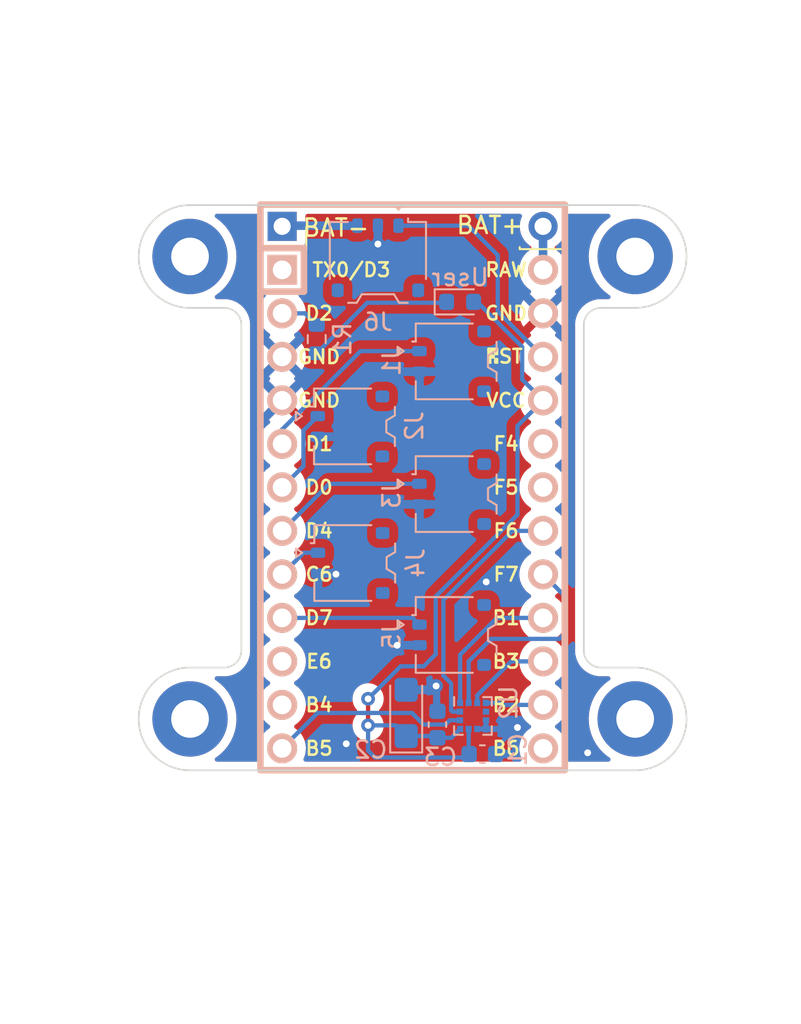
<source format=kicad_pcb>
(kicad_pcb (version 20211014) (generator pcbnew)
  (layers (0 "F.Cu" signal) (31 "B.Cu" signal) (34 "B.Paste" user) (35 "F.Paste" user) (36 "B.SilkS" user "B.Silkscreen") (37 "F.SilkS" user "F.Silkscreen") (38 "B.Mask" user) (39 "F.Mask" user) (44 "Edge.Cuts" user))
  (net 0 "")
  (net 1 "GND")
  (net 2 "VCC")
  (net 5 "ACC_INT1")
  (net 6 "ACC_INT2")
  (net 7 "COPI")
  (net 9 "CIPO")
  (net 10 "SCL")
  (net 11 "ACC_CS")
  (net 14 "Net-(U1-Pad24)")
  (net 15 "BAT-")
  (net 16 "RESET")
  (net 19 "Net-(D1-Pad1)")
  (net 20 "SW1")
  (net 21 "SW2")
  (net 22 "SW3")
  (net 23 "SW4")
  (net 24 "SW5")
  (net 25 "LED")
  (footprint "Keebio-Parts:ArduinoProMicro" (layer "F.Cu") (at 100 101.25 -90)
    (fp_text reference "U1" hide)
    (fp_text value "ProMicro" hide)
    (fp_text user "VCC" (at -6.35 -5.461) (layer "F.SilkS") (effects (font (size 0.8 0.8))))
    (fp_text user "E6" (at 8.89 5.461) (layer "F.SilkS") (effects (font (size 0.8 0.8))))
    (fp_text user "F6" (at 1.27 -5.461) (layer "F.SilkS") (effects (font (size 0.8 0.8))))
    (fp_text user "B4" (at 11.43 5.461) (layer "F.SilkS") (effects (font (size 0.8 0.8))))
    (fp_text user "C6" (at 3.81 5.461) (layer "F.SilkS") (effects (font (size 0.8 0.8))))
    (fp_text user "B5" (at 13.97 5.461) (layer "F.SilkS") (effects (font (size 0.8 0.8))))
    (fp_text user "F4" (at -3.81 -5.461) (layer "F.SilkS") (effects (font (size 0.8 0.8))))
    (fp_text user "B6" (at 13.97 -5.461) (layer "F.SilkS") (effects (font (size 0.8 0.8))))
    (fp_text user "B1" (at 6.35 -5.461) (layer "F.SilkS") (effects (font (size 0.8 0.8))))
    (fp_text user "GND" (at -6.35 5.461) (layer "F.SilkS") (effects (font (size 0.8 0.8))))
    (fp_text user "D4" (at 1.27 5.461) (layer "F.SilkS") (effects (font (size 0.8 0.8))))
    (fp_text user "F5" (at -1.27 -5.461) (layer "F.SilkS") (effects (font (size 0.8 0.8))))
    (fp_text user "F7" (at 3.81 -5.461) (layer "F.SilkS") (effects (font (size 0.8 0.8))))
    (fp_text user "ST" (at -8.92 -5.73312) (layer "F.SilkS") (effects (font (size 0.8 0.8))))
    (fp_text user "TX0/D3" (at -13.97 3.571872) (layer "F.SilkS") (effects (font (size 0.8 0.8))))
    (fp_text user "D1" (at -3.81 5.461) (layer "F.SilkS") (effects (font (size 0.8 0.8))))
    (fp_text user "D7" (at 6.35 5.461) (layer "F.SilkS") (effects (font (size 0.8 0.8))))
    (fp_text user "RAW" (at -13.97 -5.461) (layer "F.SilkS") (effects (font (size 0.8 0.8))))
    (fp_text user "D0" (at -1.27 5.461) (layer "F.SilkS") (effects (font (size 0.8 0.8))))
    (fp_text user "GND" (at -11.43 -5.461) (layer "F.SilkS") (effects (font (size 0.8 0.8))))
    (fp_text user "D2" (at -11.43 5.461) (layer "F.SilkS") (effects (font (size 0.8 0.8))))
    (fp_text user "B3" (at 8.89 -5.461) (layer "F.SilkS") (effects (font (size 0.8 0.8))))
    (fp_text user "GND" (at -8.89 5.461) (layer "F.SilkS") (effects (font (size 0.8 0.8))))
    (fp_text user "B2" (at 11.43 -5.461) (layer "F.SilkS") (effects (font (size 0.8 0.8))))
    (fp_line (start -17.78 -8.89) (end -17.78 8.89) (layer "B.SilkS") (width 0.381))
    (fp_line (start -15.24 6.35) (end -15.24 8.89) (layer "B.SilkS") (width 0.381))
    (fp_line (start 15.24 -8.89) (end -17.78 -8.89) (layer "B.SilkS") (width 0.381))
    (fp_line (start -12.7 6.35) (end -12.7 8.89) (layer "B.SilkS") (width 0.381))
    (fp_line (start -15.24 6.35) (end -12.7 6.35) (layer "B.SilkS") (width 0.381))
    (fp_line (start 15.24 8.89) (end 15.24 -8.89) (layer "B.SilkS") (width 0.381))
    (fp_line (start -17.78 8.89) (end 15.24 8.89) (layer "B.SilkS") (width 0.381))
    (fp_line (start 15.24 8.89) (end 15.24 -8.89) (layer "F.SilkS") (width 0.381))
    (fp_line (start -17.78 -8.89) (end -17.78 8.89) (layer "F.SilkS") (width 0.381))
    (fp_line (start 15.24 -8.89) (end -15.24 -8.89) (layer "F.SilkS") (width 0.381))
    (fp_line (start -15.24 -8.89) (end -17.78 -8.89) (layer "F.SilkS") (width 0.381))
    (fp_line (start -15.24 6.35) (end -12.7 6.35) (layer "F.SilkS") (width 0.381))
    (fp_line (start -17.78 8.89) (end -15.24 8.89) (layer "F.SilkS") (width 0.381))
    (fp_line (start -15.24 8.89) (end 15.24 8.89) (layer "F.SilkS") (width 0.381))
    (fp_line (start -12.7 6.35) (end -12.7 8.89) (layer "F.SilkS") (width 0.381))
    (fp_line (start -15.24 6.35) (end -15.24 8.89) (layer "F.SilkS") (width 0.381))
    (fp_poly (pts (xy -8.96064 -4.731568) (xy -8.86064 -4.731568) (xy -8.86064 -4.631568) (xy -8.96064 -4.631568)) (layer "F.SilkS") (width 0.15) (fill solid))
    (fp_poly (pts (xy -8.76064 -4.931568) (xy -8.56064 -4.931568) (xy -8.56064 -4.831568) (xy -8.76064 -4.831568)) (layer "F.SilkS") (width 0.15) (fill solid))
    (fp_poly (pts (xy -9.36064 -4.931568) (xy -9.06064 -4.931568) (xy -9.06064 -4.831568) (xy -9.36064 -4.831568)) (layer "F.SilkS") (width 0.15) (fill solid))
    (fp_poly (pts (xy -9.36064 -4.531568) (xy -8.56064 -4.531568) (xy -8.56064 -4.431568) (xy -9.36064 -4.431568)) (layer "F.SilkS") (width 0.15) (fill solid))
    (fp_poly (pts (xy -9.36064 -4.931568) (xy -9.26064 -4.931568) (xy -9.26064 -4.431568) (xy -9.36064 -4.431568)) (layer "F.SilkS") (width 0.15) (fill solid))
    (pad "1" thru_hole rect (at -13.97 7.62 270) (size 1.7526 1.7526) (drill 1.0922) (layers *.Cu *.SilkS *.Mask))
    (pad "2" thru_hole circle (at -11.43 7.62 270) (size 1.7526 1.7526) (drill 1.0922) (layers *.Cu *.SilkS *.Mask) (net 25 "LED"))
    (pad "3" thru_hole circle (at -8.89 7.62 270) (size 1.7526 1.7526) (drill 1.0922) (layers *.Cu *.SilkS *.Mask) (net 1 "GND"))
    (pad "4" thru_hole circle (at -6.35 7.62 270) (size 1.7526 1.7526) (drill 1.0922) (layers *.Cu *.SilkS *.Mask) (net 1 "GND"))
    (pad "5" thru_hole circle (at -3.81 7.62 270) (size 1.7526 1.7526) (drill 1.0922) (layers *.Cu *.SilkS *.Mask) (net 20 "SW1"))
    (pad "6" thru_hole circle (at -1.27 7.62 270) (size 1.7526 1.7526) (drill 1.0922) (layers *.Cu *.SilkS *.Mask) (net 21 "SW2"))
    (pad "7" thru_hole circle (at 1.27 7.62 270) (size 1.7526 1.7526) (drill 1.0922) (layers *.Cu *.SilkS *.Mask) (net 22 "SW3"))
    (pad "8" thru_hole circle (at 3.81 7.62 270) (size 1.7526 1.7526) (drill 1.0922) (layers *.Cu *.SilkS *.Mask) (net 23 "SW4"))
    (pad "9" thru_hole circle (at 6.35 7.62 270) (size 1.7526 1.7526) (drill 1.0922) (layers *.Cu *.SilkS *.Mask) (net 24 "SW5"))
    (pad "10" thru_hole circle (at 8.89 7.62 270) (size 1.7526 1.7526) (drill 1.0922) (layers *.Cu *.SilkS *.Mask))
    (pad "11" thru_hole circle (at 11.43 7.62 270) (size 1.7526 1.7526) (drill 1.0922) (layers *.Cu *.SilkS *.Mask))
    (pad "12" thru_hole circle (at 13.97 7.62 270) (size 1.7526 1.7526) (drill 1.0922) (layers *.Cu *.SilkS *.Mask) (net 6 "ACC_INT2"))
    (pad "13" thru_hole circle (at 13.97 -7.62 270) (size 1.7526 1.7526) (drill 1.0922) (layers *.Cu *.SilkS *.Mask))
    (pad "14" thru_hole circle (at 11.43 -7.62 270) (size 1.7526 1.7526) (drill 1.0922) (layers *.Cu *.SilkS *.Mask) (net 7 "COPI"))
    (pad "15" thru_hole circle (at 8.89 -7.62 270) (size 1.7526 1.7526) (drill 1.0922) (layers *.Cu *.SilkS *.Mask) (net 9 "CIPO"))
    (pad "16" thru_hole circle (at 6.35 -7.62 270) (size 1.7526 1.7526) (drill 1.0922) (layers *.Cu *.SilkS *.Mask) (net 10 "SCL"))
    (pad "17" thru_hole circle (at 3.81 -7.62 270) (size 1.7526 1.7526) (drill 1.0922) (layers *.Cu *.SilkS *.Mask) (net 11 "ACC_CS"))
    (pad "18" thru_hole circle (at 1.27 -7.62 270) (size 1.7526 1.7526) (drill 1.0922) (layers *.Cu *.SilkS *.Mask) (net 5 "ACC_INT1"))
    (pad "19" thru_hole circle (at -1.27 -7.62 270) (size 1.7526 1.7526) (drill 1.0922) (layers *.Cu *.SilkS *.Mask))
    (pad "20" thru_hole circle (at -3.81 -7.62 270) (size 1.7526 1.7526) (drill 1.0922) (layers *.Cu *.SilkS *.Mask))
    (pad "21" thru_hole circle (at -6.35 -7.62 270) (size 1.7526 1.7526) (drill 1.0922) (layers *.Cu *.SilkS *.Mask) (net 2 "VCC"))
    (pad "22" thru_hole circle (at -8.89 -7.62 270) (size 1.7526 1.7526) (drill 1.0922) (layers *.Cu *.SilkS *.Mask) (net 16 "RESET"))
    (pad "23" thru_hole circle (at -11.43 -7.62 270) (size 1.7526 1.7526) (drill 1.0922) (layers *.Cu *.SilkS *.Mask) (net 1 "GND"))
    (pad "24" thru_hole circle (at -13.97 -7.62 270) (size 1.7526 1.7526) (drill 1.0922) (layers *.Cu *.SilkS *.Mask) (net 14 "Net-(U1-Pad24)"))
  )
  (footprint "MountingHole:MountingHole_2.2mm_M2_Pad" (layer "F.Cu") (at 113 86.5)
    (fp_text reference "H2" hide)
    (fp_text value "MountingHole")
    (pad "1" thru_hole circle (at 0 0) (size 4.4 4.4) (drill 2.2) (layers *.Cu *.Mask))
  )
  (footprint "Connector_PinSocket_2.54mm:PinSocket_1x01_P2.54mm_Vertical" (layer "F.Cu") (at 107.5855 84.74)
    (fp_text reference "J7" hide)
    (fp_text value "BAT+" (at -3.0855 -0.065) (layer "F.SilkS"))
    (fp_line (start 1.33 1.21) (end 1.33 1.33) (layer "F.SilkS") (width 0.12))
    (fp_line (start -1.33 1.33) (end 1.33 1.33) (layer "F.SilkS") (width 0.12))
    (fp_line (start -1.33 1.21) (end -1.33 1.33) (layer "F.SilkS") (width 0.12))
    (fp_line (start 0 -1.33) (end 1.33 -1.33) (layer "F.SilkS") (width 0.12))
    (fp_line (start 1.33 -1.33) (end 1.33 0) (layer "F.SilkS") (width 0.12))
    (pad "1" thru_hole circle (at 0.0345 0) (size 1.7 1.7) (drill 1) (layers *.Cu *.Mask) (net 14 "Net-(U1-Pad24)"))
  )
  (footprint "MountingHole:MountingHole_2.2mm_M2_Pad" (layer "F.Cu") (at 87 113.5 180)
    (fp_text reference "H3" hide)
    (fp_text value "MountingHole")
    (pad "1" thru_hole circle (at 0 0 180) (size 4.4 4.4) (drill 2.2) (layers *.Cu *.Mask))
  )
  (footprint "MountingHole:MountingHole_2.2mm_M2_Pad" (layer "F.Cu") (at 87 86.5)
    (fp_text reference "H1" hide)
    (fp_text value "MountingHole")
    (pad "1" thru_hole circle (at 0 0) (size 4.4 4.4) (drill 2.2) (layers *.Cu *.Mask))
  )
  (footprint "MountingHole:MountingHole_2.2mm_M2_Pad" (layer "F.Cu") (at 113 113.5)
    (fp_text reference "H4" hide)
    (fp_text value "MountingHole")
    (pad "1" thru_hole circle (at 0 0) (size 4.4 4.4) (drill 2.2) (layers *.Cu *.Mask))
  )
  (footprint "Connector_PinSocket_2.54mm:PinSocket_1x01_P2.54mm_Vertical" (layer "F.Cu") (at 92.4605 84.771 -90)
    (fp_text reference "J8" hide)
    (fp_text value "BAT-" (at 0.054 -3.0645 180) (layer "F.SilkS"))
    (fp_line (start -1.33 1.21) (end -1.33 1.33) (layer "F.SilkS") (width 0.12))
    (fp_line (start 1.33 1.21) (end 1.33 1.33) (layer "F.SilkS") (width 0.12))
    (fp_line (start 1.33 -1.33) (end 1.33 0) (layer "F.SilkS") (width 0.12))
    (fp_line (start -1.33 1.33) (end 1.33 1.33) (layer "F.SilkS") (width 0.12))
    (fp_line (start 0 -1.33) (end 1.33 -1.33) (layer "F.SilkS") (width 0.12))
    (pad "1" thru_hole rect (at -0.031 0.0805 270) (size 1.7 1.7) (drill 1) (layers *.Cu *.Mask) (net 15 "BAT-"))
  )
  (footprint "Capacitor_Tantalum_SMD:CP_EIA-3216-18_Kemet-A" (layer "B.Cu") (at 99.625 113.15 90)
    (fp_text reference "C2" (at -2.15 -2.075 180) (layer "B.SilkS") (effects (justify mirror)))
    (fp_text value "10uF")
    (fp_line (start -2.31 0.935) (end -2.31 -0.935) (layer "B.SilkS") (width 0.12))
    (fp_line (start 1.6 0.935) (end -2.31 0.935) (layer "B.SilkS") (width 0.12))
    (fp_line (start -2.31 -0.935) (end 1.6 -0.935) (layer "B.SilkS") (width 0.12))
    (pad "1" smd roundrect (at -1.35 0 90) (size 1.4 1.35) (layers "B.Cu" "B.Paste" "B.Mask") (roundrect_rratio 0.185185) (net 2 "VCC"))
    (pad "2" smd roundrect (at 1.35 0 90) (size 1.4 1.35) (layers "B.Cu" "B.Paste" "B.Mask") (roundrect_rratio 0.185185) (net 1 "GND"))
  )
  (footprint "Package_LGA:LGA-12_2x2mm_P0.5mm" (layer "B.Cu") (at 103.525 113.325 -90)
    (fp_text reference "U2" (at -0.775 -2.075 90) (layer "B.SilkS") (effects (justify mirror)))
    (fp_text value "LIS2DW12")
    (fp_line (start -1.1 -0.6) (end -1.1 -0.6) (layer "B.SilkS") (width 0.12))
    (fp_line (start 1.1 -0.6) (end 1.1 -1.1) (layer "B.SilkS") (width 0.12))
    (fp_line (start 1.1 1.1) (end 1.1 0.6) (layer "B.SilkS") (width 0.12))
    (fp_line (start 0.6 -1.1) (end 0.6 -1.1) (layer "B.SilkS") (width 0.12))
    (fp_line (start 0.6 1.1) (end 1.1 1.1) (layer "B.SilkS") (width 0.12))
    (fp_line (start 1.1 0.6) (end 1.1 0.6) (layer "B.SilkS") (width 0.12))
    (fp_line (start -0.6 1.1) (end -1.1 1.1) (layer "B.SilkS") (width 0.12))
    (fp_line (start 1.1 -1.1) (end 0.6 -1.1) (layer "B.SilkS") (width 0.12))
    (fp_line (start -0.6 -1.1) (end -1.1 -1.1) (layer "B.SilkS") (width 0.12))
    (fp_line (start -1.1 1.1) (end -1.1 1.1) (layer "B.SilkS") (width 0.12))
    (fp_line (start -1.1 -1.1) (end -1.1 -0.6) (layer "B.SilkS") (width 0.12))
    (pad "1" smd rect (at -0.7625 0.75 270) (size 0.375 0.35) (layers "B.Cu" "B.Paste" "B.Mask") (net 10 "SCL"))
    (pad "2" smd rect (at -0.7625 0.25 270) (size 0.375 0.35) (layers "B.Cu" "B.Paste" "B.Mask") (net 11 "ACC_CS"))
    (pad "3" smd rect (at -0.7625 -0.25 270) (size 0.375 0.35) (layers "B.Cu" "B.Paste" "B.Mask") (net 9 "CIPO"))
    (pad "4" smd rect (at -0.7625 -0.75 270) (size 0.375 0.35) (layers "B.Cu" "B.Paste" "B.Mask") (net 7 "COPI"))
    (pad "5" smd rect (at -0.25 -0.7625 180) (size 0.375 0.35) (layers "B.Cu" "B.Paste" "B.Mask"))
    (pad "6" smd rect (at 0.25 -0.7625 180) (size 0.375 0.35) (layers "B.Cu" "B.Paste" "B.Mask") (net 1 "GND"))
    (pad "7" smd rect (at 0.7625 -0.75 270) (size 0.375 0.35) (layers "B.Cu" "B.Paste" "B.Mask") (net 1 "GND"))
    (pad "8" smd rect (at 0.7625 -0.25 270) (size 0.375 0.35) (layers "B.Cu" "B.Paste" "B.Mask") (net 1 "GND"))
    (pad "9" smd rect (at 0.7625 0.25 270) (size 0.375 0.35) (layers "B.Cu" "B.Paste" "B.Mask") (net 2 "VCC"))
    (pad "10" smd rect (at 0.7625 0.75 270) (size 0.375 0.35) (layers "B.Cu" "B.Paste" "B.Mask") (net 2 "VCC"))
    (pad "11" smd rect (at 0.25 0.7625 180) (size 0.375 0.35) (layers "B.Cu" "B.Paste" "B.Mask") (net 6 "ACC_INT2"))
    (pad "12" smd rect (at -0.25 0.7625 180) (size 0.375 0.35) (layers "B.Cu" "B.Paste" "B.Mask") (net 5 "ACC_INT1"))
  )
  (footprint "Capacitor_SMD:C_0603_1608Metric" (layer "B.Cu") (at 104.075 115.55 180)
    (fp_text reference "C1" (at -2.075 0.25 90) (layer "B.SilkS") (effects (justify mirror)))
    (fp_text value "100nF")
    (fp_line (start -0.14058 -0.51) (end 0.14058 -0.51) (layer "B.SilkS") (width 0.12))
    (fp_line (start -0.14058 0.51) (end 0.14058 0.51) (layer "B.SilkS") (width 0.12))
    (pad "1" smd roundrect (at -0.775 0 180) (size 0.9 0.95) (layers "B.Cu" "B.Paste" "B.Mask") (net 1 "GND"))
    (pad "2" smd roundrect (at 0.775 0 180) (size 0.9 0.95) (layers "B.Cu" "B.Paste" "B.Mask") (net 2 "VCC"))
  )
  (footprint "Resistor_SMD:R_0603_1608Metric" (layer "B.Cu") (at 94.4 91.325 -90)
    (fp_text reference "R1" (at 0 -1.5 90) (layer "B.SilkS") (effects (justify mirror)))
    (fp_text value "120")
    (fp_line (start -0.237258 -0.5225) (end 0.237258 -0.5225) (layer "B.SilkS") (width 0.12))
    (fp_line (start -0.237258 0.5225) (end 0.237258 0.5225) (layer "B.SilkS") (width 0.12))
    (pad "1" smd roundrect (at -0.825 0 270) (size 0.8 0.95) (layers "B.Cu" "B.Paste" "B.Mask") (net 25 "LED"))
    (pad "2" smd roundrect (at 0.825 0 270) (size 0.8 0.95) (layers "B.Cu" "B.Paste" "B.Mask") (net 19 "Net-(D1-Pad1)"))
  )
  (footprint "Connector_Molex:Molex_Pico-EZmate_78171-0002_1x02-1MP_P1.20mm_Vertical" (layer "B.Cu") (at 102.275 100.371 -90)
    (fp_text reference "J3" (at 0 3.5 90) (layer "B.SilkS") (effects (justify mirror)))
    (fp_text value "Conn_01x02")
    (fp_line (start -1.16 2.09) (end -1.16 2.3) (layer "B.SilkS") (width 0.12))
    (fp_line (start -2.21 -1.24) (end -2.21 2.09) (layer "B.SilkS") (width 0.12))
    (fp_line (start -0.85 3.153553) (end -0.6 2.8) (layer "B.SilkS") (width 0.12))
    (fp_line (start -1.14 -2.63) (end -0.64 -2.63) (layer "B.SilkS") (width 0.12))
    (fp_line (start 0.64 -2.63) (end 1.14 -2.63) (layer "B.SilkS") (width 0.12))
    (fp_line (start -0.6 2.8) (end -0.35 3.153553) (layer "B.SilkS") (width 0.12))
    (fp_line (start 2.21 -1.24) (end 2.21 2.09) (layer "B.SilkS") (width 0.12))
    (fp_line (start -0.64 -2.63) (end -0.34 -2.13) (layer "B.SilkS") (width 0.12))
    (fp_line (start -2.21 2.09) (end -1.16 2.09) (layer "B.SilkS") (width 0.12))
    (fp_line (start 0.34 -2.13) (end 0.64 -2.63) (layer "B.SilkS") (width 0.12))
    (fp_line (start -0.34 -2.13) (end 0.34 -2.13) (layer "B.SilkS") (width 0.12))
    (fp_line (start 2.21 2.09) (end 1.16 2.09) (layer "B.SilkS") (width 0.12))
    (fp_line (start -0.35 3.153553) (end -0.85 3.153553) (layer "B.SilkS") (width 0.12))
    (pad "1" smd roundrect (at -0.6 1.875 270) (size 0.6 0.85) (layers "B.Cu" "B.Paste" "B.Mask") (net 22 "SW3"))
    (pad "2" smd roundrect (at 0.6 1.875 270) (size 0.6 0.85) (layers "B.Cu" "B.Paste" "B.Mask") (net 1 "GND"))
    (pad "MP" smd roundrect (at 1.75 -1.9 270) (size 0.7 0.8) (layers "B.Cu" "B.Paste" "B.Mask"))
    (pad "MP" smd roundrect (at -1.75 -1.9 270) (size 0.7 0.8) (layers "B.Cu" "B.Paste" "B.Mask"))
  )
  (footprint "Connector_Molex:Molex_Pico-EZmate_78171-0003_1x03-1MP_P1.20mm_Vertical" (layer "B.Cu") (at 97.975 86.575 180)
    (fp_text reference "J6" (at 0 -3.75) (layer "B.SilkS") (effects (justify mirror)))
    (fp_text value "Power/Reset")
    (fp_line (start 1.24 -2.63) (end 1.74 -2.63) (layer "B.SilkS") (width 0.12))
    (fp_line (start -2.81 -1.24) (end -2.81 2.09) (layer "B.SilkS") (width 0.12))
    (fp_line (start -1.2 2.8) (end -0.95 3.153553) (layer "B.SilkS") (width 0.12))
    (fp_line (start -1.45 3.153553) (end -1.2 2.8) (layer "B.SilkS") (width 0.12))
    (fp_line (start -1.74 -2.63) (end -1.24 -2.63) (layer "B.SilkS") (width 0.12))
    (fp_line (start -2.81 2.09) (end -1.76 2.09) (layer "B.SilkS") (width 0.12))
    (fp_line (start 2.81 2.09) (end 1.76 2.09) (layer "B.SilkS") (width 0.12))
    (fp_line (start -1.24 -2.63) (end -0.94 -2.13) (layer "B.SilkS") (width 0.12))
    (fp_line (start -1.76 2.09) (end -1.76 2.3) (layer "B.SilkS") (width 0.12))
    (fp_line (start -0.94 -2.13) (end 0.94 -2.13) (layer "B.SilkS") (width 0.12))
    (fp_line (start 2.81 -1.24) (end 2.81 2.09) (layer "B.SilkS") (width 0.12))
    (fp_line (start -0.95 3.153553) (end -1.45 3.153553) (layer "B.SilkS") (width 0.12))
    (fp_line (start 0.94 -2.13) (end 1.24 -2.63) (layer "B.SilkS") (width 0.12))
    (pad "1" smd roundrect (at -1.2 1.875 180) (size 0.6 0.85) (layers "B.Cu" "B.Paste" "B.Mask") (net 16 "RESET"))
    (pad "2" smd roundrect (at 0 1.875 180) (size 0.6 0.85) (layers "B.Cu" "B.Paste" "B.Mask") (net 1 "GND"))
    (pad "3" smd roundrect (at 1.2 1.875 180) (size 0.6 0.85) (layers "B.Cu" "B.Paste" "B.Mask") (net 15 "BAT-"))
    (pad "MP" smd roundrect (at -2.35 -1.9 180) (size 0.7 0.8) (layers "B.Cu" "B.Paste" "B.Mask"))
    (pad "MP" smd roundrect (at 2.35 -1.9 180) (size 0.7 0.8) (layers "B.Cu" "B.Paste" "B.Mask"))
  )
  (footprint "LED_SMD:LED_0603_1608Metric" (layer "B.Cu") (at 102.775 89.15)
    (fp_text reference "D1" hide)
    (fp_text value "User" (at 0 -1.43) (layer "B.SilkS") (effects (justify mirror)))
    (fp_line (start -1.485 -0.735) (end 0.8 -0.735) (layer "B.SilkS") (width 0.12))
    (fp_line (start 0.8 0.735) (end -1.485 0.735) (layer "B.SilkS") (width 0.12))
    (fp_line (start -1.485 0.735) (end -1.485 -0.735) (layer "B.SilkS") (width 0.12))
    (pad "1" smd roundrect (at -0.7875 0) (size 0.875 0.95) (layers "B.Cu" "B.Paste" "B.Mask") (net 19 "Net-(D1-Pad1)"))
    (pad "2" smd roundrect (at 0.7875 0) (size 0.875 0.95) (layers "B.Cu" "B.Paste" "B.Mask") (net 2 "VCC"))
  )
  (footprint "Capacitor_SMD:C_0603_1608Metric" (layer "B.Cu") (at 101.45 113.825 90)
    (fp_text reference "C3" (at -1.9 0.175) (layer "B.SilkS") (effects (justify mirror)))
    (fp_text value "100nF")
    (fp_line (start -0.14058 0.51) (end 0.14058 0.51) (layer "B.SilkS") (width 0.12))
    (fp_line (start -0.14058 -0.51) (end 0.14058 -0.51) (layer "B.SilkS") (width 0.12))
    (pad "1" smd roundrect (at -0.775 0 90) (size 0.9 0.95) (layers "B.Cu" "B.Paste" "B.Mask") (net 2 "VCC"))
    (pad "2" smd roundrect (at 0.775 0 90) (size 0.9 0.95) (layers "B.Cu" "B.Paste" "B.Mask") (net 1 "GND"))
  )
  (footprint "Connector_Molex:Molex_Pico-EZmate_78171-0002_1x02-1MP_P1.20mm_Vertical" (layer "B.Cu") (at 102.275 108.596 -90)
    (fp_text reference "J5" (at 0 3.5 90) (layer "B.SilkS") (effects (justify mirror)))
    (fp_text value "Conn_01x02")
    (fp_line (start -0.34 -2.13) (end 0.34 -2.13) (layer "B.SilkS") (width 0.12))
    (fp_line (start -0.85 3.153553) (end -0.6 2.8) (layer "B.SilkS") (width 0.12))
    (fp_line (start -2.21 -1.24) (end -2.21 2.09) (layer "B.SilkS") (width 0.12))
    (fp_line (start 2.21 2.09) (end 1.16 2.09) (layer "B.SilkS") (width 0.12))
    (fp_line (start -1.16 2.09) (end -1.16 2.3) (layer "B.SilkS") (width 0.12))
    (fp_line (start -0.35 3.153553) (end -0.85 3.153553) (layer "B.SilkS") (width 0.12))
    (fp_line (start -1.14 -2.63) (end -0.64 -2.63) (layer "B.SilkS") (width 0.12))
    (fp_line (start -0.6 2.8) (end -0.35 3.153553) (layer "B.SilkS") (width 0.12))
    (fp_line (start 2.21 -1.24) (end 2.21 2.09) (layer "B.SilkS") (width 0.12))
    (fp_line (start 0.34 -2.13) (end 0.64 -2.63) (layer "B.SilkS") (width 0.12))
    (fp_line (start 0.64 -2.63) (end 1.14 -2.63) (layer "B.SilkS") (width 0.12))
    (fp_line (start -2.21 2.09) (end -1.16 2.09) (layer "B.SilkS") (width 0.12))
    (fp_line (start -0.64 -2.63) (end -0.34 -2.13) (layer "B.SilkS") (width 0.12))
    (pad "1" smd roundrect (at -0.6 1.875 270) (size 0.6 0.85) (layers "B.Cu" "B.Paste" "B.Mask") (net 24 "SW5"))
    (pad "2" smd roundrect (at 0.6 1.875 270) (size 0.6 0.85) (layers "B.Cu" "B.Paste" "B.Mask") (net 1 "GND"))
    (pad "MP" smd roundrect (at -1.75 -1.9 270) (size 0.7 0.8) (layers "B.Cu" "B.Paste" "B.Mask"))
    (pad "MP" smd roundrect (at 1.75 -1.9 270) (size 0.7 0.8) (layers "B.Cu" "B.Paste" "B.Mask"))
  )
  (footprint "Connector_Molex:Molex_Pico-EZmate_78171-0002_1x02-1MP_P1.20mm_Vertical" (layer "B.Cu") (at 102.275 92.625 -90)
    (fp_text reference "J1" (at 0 3.5 90) (layer "B.SilkS") (effects (justify mirror)))
    (fp_text value "Conn_01x02")
    (fp_line (start -1.14 -2.63) (end -0.64 -2.63) (layer "B.SilkS") (width 0.12))
    (fp_line (start -0.34 -2.13) (end 0.34 -2.13) (layer "B.SilkS") (width 0.12))
    (fp_line (start -0.64 -2.63) (end -0.34 -2.13) (layer "B.SilkS") (width 0.12))
    (fp_line (start 0.64 -2.63) (end 1.14 -2.63) (layer "B.SilkS") (width 0.12))
    (fp_line (start 0.34 -2.13) (end 0.64 -2.63) (layer "B.SilkS") (width 0.12))
    (fp_line (start -0.85 3.153553) (end -0.6 2.8) (layer "B.SilkS") (width 0.12))
    (fp_line (start -1.16 2.09) (end -1.16 2.3) (layer "B.SilkS") (width 0.12))
    (fp_line (start -2.21 -1.24) (end -2.21 2.09) (layer "B.SilkS") (width 0.12))
    (fp_line (start 2.21 -1.24) (end 2.21 2.09) (layer "B.SilkS") (width 0.12))
    (fp_line (start 2.21 2.09) (end 1.16 2.09) (layer "B.SilkS") (width 0.12))
    (fp_line (start -0.6 2.8) (end -0.35 3.153553) (layer "B.SilkS") (width 0.12))
    (fp_line (start -0.35 3.153553) (end -0.85 3.153553) (layer "B.SilkS") (width 0.12))
    (fp_line (start -2.21 2.09) (end -1.16 2.09) (layer "B.SilkS") (width 0.12))
    (pad "1" smd roundrect (at -0.6 1.875 270) (size 0.6 0.85) (layers "B.Cu" "B.Paste" "B.Mask") (net 20 "SW1"))
    (pad "2" smd roundrect (at 0.6 1.875 270) (size 0.6 0.85) (layers "B.Cu" "B.Paste" "B.Mask") (net 1 "GND"))
    (pad "MP" smd roundrect (at 1.75 -1.9 270) (size 0.7 0.8) (layers "B.Cu" "B.Paste" "B.Mask"))
    (pad "MP" smd roundrect (at -1.75 -1.9 270) (size 0.7 0.8) (layers "B.Cu" "B.Paste" "B.Mask"))
  )
  (footprint "Connector_Molex:Molex_Pico-EZmate_78171-0002_1x02-1MP_P1.20mm_Vertical" (layer "B.Cu") (at 96.334277 96.421 -90)
    (fp_text reference "J2" (at -0.021 -3.765723 90) (layer "B.SilkS") (effects (justify mirror)))
    (fp_text value "Conn_01x02")
    (fp_line (start -0.6 2.8) (end -0.35 3.153553) (layer "B.SilkS") (width 0.12))
    (fp_line (start -1.16 2.09) (end -1.16 2.3) (layer "B.SilkS") (width 0.12))
    (fp_line (start -0.85 3.153553) (end -0.6 2.8) (layer "B.SilkS") (width 0.12))
    (fp_line (start 0.64 -2.63) (end 1.14 -2.63) (layer "B.SilkS") (width 0.12))
    (fp_line (start -1.14 -2.63) (end -0.64 -2.63) (layer "B.SilkS") (width 0.12))
    (fp_line (start -2.21 2.09) (end -1.16 2.09) (layer "B.SilkS") (width 0.12))
    (fp_line (start 2.21 2.09) (end 1.16 2.09) (layer "B.SilkS") (width 0.12))
    (fp_line (start -2.21 -1.24) (end -2.21 2.09) (layer "B.SilkS") (width 0.12))
    (fp_line (start -0.35 3.153553) (end -0.85 3.153553) (layer "B.SilkS") (width 0.12))
    (fp_line (start 2.21 -1.24) (end 2.21 2.09) (layer "B.SilkS") (width 0.12))
    (fp_line (start 0.34 -2.13) (end 0.64 -2.63) (layer "B.SilkS") (width 0.12))
    (fp_line (start -0.64 -2.63) (end -0.34 -2.13) (layer "B.SilkS") (width 0.12))
    (fp_line (start -0.34 -2.13) (end 0.34 -2.13) (layer "B.SilkS") (width 0.12))
    (pad "1" smd roundrect (at -0.6 1.875 270) (size 0.6 0.85) (layers "B.Cu" "B.Paste" "B.Mask") (net 21 "SW2"))
    (pad "2" smd roundrect (at 0.6 1.875 270) (size 0.6 0.85) (layers "B.Cu" "B.Paste" "B.Mask") (net 1 "GND"))
    (pad "MP" smd roundrect (at 1.75 -1.9 270) (size 0.7 0.8) (layers "B.Cu" "B.Paste" "B.Mask"))
    (pad "MP" smd roundrect (at -1.75 -1.9 270) (size 0.7 0.8) (layers "B.Cu" "B.Paste" "B.Mask"))
  )
  (footprint "Connector_Molex:Molex_Pico-EZmate_78171-0002_1x02-1MP_P1.20mm_Vertical" (layer "B.Cu") (at 96.35 104.396 -90)
    (fp_text reference "J4" (at 0 -3.825 90) (layer "B.SilkS") (effects (justify mirror)))
    (fp_text value "Conn_01x02")
    (fp_line (start 2.21 2.09) (end 1.16 2.09) (layer "B.SilkS") (width 0.12))
    (fp_line (start 2.21 -1.24) (end 2.21 2.09) (layer "B.SilkS") (width 0.12))
    (fp_line (start -2.21 2.09) (end -1.16 2.09) (layer "B.SilkS") (width 0.12))
    (fp_line (start -0.64 -2.63) (end -0.34 -2.13) (layer "B.SilkS") (width 0.12))
    (fp_line (start -0.85 3.153553) (end -0.6 2.8) (layer "B.SilkS") (width 0.12))
    (fp_line (start 0.34 -2.13) (end 0.64 -2.63) (layer "B.SilkS") (width 0.12))
    (fp_line (start -2.21 -1.24) (end -2.21 2.09) (layer "B.SilkS") (width 0.12))
    (fp_line (start -0.6 2.8) (end -0.35 3.153553) (layer "B.SilkS") (width 0.12))
    (fp_line (start -0.35 3.153553) (end -0.85 3.153553) (layer "B.SilkS") (width 0.12))
    (fp_line (start -1.14 -2.63) (end -0.64 -2.63) (layer "B.SilkS") (width 0.12))
    (fp_line (start 0.64 -2.63) (end 1.14 -2.63) (layer "B.SilkS") (width 0.12))
    (fp_line (start -1.16 2.09) (end -1.16 2.3) (layer "B.SilkS") (width 0.12))
    (fp_line (start -0.34 -2.13) (end 0.34 -2.13) (layer "B.SilkS") (width 0.12))
    (pad "1" smd roundrect (at -0.6 1.875 270) (size 0.6 0.85) (layers "B.Cu" "B.Paste" "B.Mask") (net 23 "SW4"))
    (pad "2" smd roundrect (at 0.6 1.875 270) (size 0.6 0.85) (layers "B.Cu" "B.Paste" "B.Mask") (net 1 "GND"))
    (pad "MP" smd roundrect (at 1.75 -1.9 270) (size 0.7 0.8) (layers "B.Cu" "B.Paste" "B.Mask"))
    (pad "MP" smd roundrect (at -1.75 -1.9 270) (size 0.7 0.8) (layers "B.Cu" "B.Paste" "B.Mask"))
  )
  (gr_line (start 87 116.5) (end 113 116.5) (layer "Edge.Cuts") (width 0.1))
  (gr_line (start 87 83.5) (end 113 83.5) (layer "Edge.Cuts") (width 0.1))
  (gr_arc (start 90 109.5) (mid 89.707107 110.207107) (end 89 110.5) (layer "Edge.Cuts") (width 0.1))
  (gr_arc (start 87 116.5) (mid 84 113.5) (end 87 110.5) (layer "Edge.Cuts") (width 0.1))
  (gr_arc (start 87 89.5) (mid 84 86.5) (end 87 83.5) (layer "Edge.Cuts") (width 0.1))
  (gr_arc (start 113 110.5) (mid 116 113.5) (end 113 116.5) (layer "Edge.Cuts") (width 0.1))
  (gr_line (start 90 90.5) (end 90 109.5) (layer "Edge.Cuts") (width 0.1))
  (gr_line (start 111 89.5) (end 113 89.5) (layer "Edge.Cuts") (width 0.1))
  (gr_line (start 110 90.5) (end 110 109.5) (layer "Edge.Cuts") (width 0.1))
  (gr_line (start 111 110.5) (end 113 110.5) (layer "Edge.Cuts") (width 0.1))
  (gr_line (start 89 110.5) (end 87 110.5) (layer "Edge.Cuts") (width 0.1))
  (gr_arc (start 111 110.5) (mid 110.292893 110.207107) (end 110 109.5) (layer "Edge.Cuts") (width 0.1))
  (gr_arc (start 89 89.5) (mid 89.707107 89.792893) (end 90 90.5) (layer "Edge.Cuts") (width 0.1))
  (gr_arc (start 110 90.5) (mid 110.292893 89.792893) (end 111 89.5) (layer "Edge.Cuts") (width 0.1))
  (gr_line (start 89 89.5) (end 87 89.5) (layer "Edge.Cuts") (width 0.1))
  (gr_arc (start 113 83.5) (mid 116 86.5) (end 113 89.5) (layer "Edge.Cuts") (width 0.1))
  (via (at 110.225 115.475) (size 0.8) (drill 0.4) (layers "F.Cu" "B.Cu") (net 1))
  (via (at 96.125 114.95) (size 0.8) (drill 0.4) (layers "F.Cu" "B.Cu") (net 1))
  (via (at 99.1 109.2) (size 0.8) (drill 0.4) (layers "F.Cu" "B.Cu") (net 1))
  (via (at 106.125 114) (size 0.8) (drill 0.4) (layers "F.Cu" "B.Cu") (net 1))
  (via (at 97.975 85.775) (size 0.8) (drill 0.4) (layers "F.Cu" "B.Cu") (net 1))
  (via (at 104.3 105.5) (size 0.8) (drill 0.4) (layers "F.Cu" "B.Cu") (net 1))
  (via (at 95.525 105.05) (size 0.8) (drill 0.4) (layers "F.Cu" "B.Cu") (net 1))
  (via (at 101.375 111.575) (size 0.8) (drill 0.4) (layers "F.Cu" "B.Cu") (net 1))
  (segment (start 99.104 109.196) (end 99.1 109.2) (width 0.25) (layer "B.Cu") (net 1))
  (segment (start 97.975 84.7) (end 97.975 85.775) (width 0.25) (layer "B.Cu") (net 1))
  (segment (start 99.625 111.8) (end 101.15 111.8) (width 0.25) (layer "B.Cu") (net 1))
  (segment (start 103.775 114.0875) (end 106.0375 114.0875) (width 0.25) (layer "B.Cu") (net 1))
  (segment (start 105.9 114.15) (end 106.125 113.925) (width 0.25) (layer "B.Cu") (net 1))
  (segment (start 105.975 114.15) (end 106.125 114) (width 0.25) (layer "B.Cu") (net 1))
  (segment (start 94.475 104.996) (end 95.471 104.996) (width 0.25) (layer "B.Cu") (net 1))
  (segment (start 101.15 111.8) (end 101.375 111.575) (width 0.25) (layer "B.Cu") (net 1))
  (segment (start 95.471 104.996) (end 95.525 105.05) (width 0.25) (layer "B.Cu") (net 1))
  (segment (start 104.2875 114.075) (end 104.275 114.0875) (width 0.25) (layer "B.Cu") (net 1))
  (segment (start 104.85 115.2) (end 105.7625 114.2875) (width 0.25) (layer "B.Cu") (net 1))
  (segment (start 106.0375 114.0875) (end 106.125 114) (width 0.25) (layer "B.Cu") (net 1))
  (segment (start 100.4 109.196) (end 99.104 109.196) (width 0.25) (layer "B.Cu") (net 1))
  (segment (start 104.85 115.55) (end 104.85 115.2) (width 0.25) (layer "B.Cu") (net 1))
  (segment (start 105.7625 114.2875) (end 105.9 114.15) (width 0.25) (layer "B.Cu") (net 1))
  (segment (start 104.2875 113.575) (end 104.2875 114.075) (width 0.25) (layer "B.Cu") (net 1))
  (segment (start 105.9 114.15) (end 105.975 114.15) (width 0.25) (layer "B.Cu") (net 1))
  (segment (start 97.4 112.325) (end 97.4 113.875) (width 0.25) (layer "F.Cu") (net 2))
  (via (at 97.4 113.875) (size 0.8) (drill 0.4) (layers "F.Cu" "B.Cu") (net 2))
  (via (at 97.4 112.325) (size 0.8) (drill 0.4) (layers "F.Cu" "B.Cu") (net 2))
  (segment (start 106.1225 101.5775) (end 106.1225 96.3975) (width 0.25) (layer "B.Cu") (net 2))
  (segment (start 101.45 114.6) (end 102.2625 114.6) (width 0.25) (layer "B.Cu") (net 2))
  (segment (start 97.4 112.325) (end 99.3 110.425) (width 0.25) (layer "B.Cu") (net 2))
  (segment (start 101.35 114.5) (end 101.45 114.6) (width 0.25) (layer "B.Cu") (net 2))
  (segment (start 101.35 106.35) (end 106.1225 101.5775) (width 0.25) (layer "B.Cu") (net 2))
  (segment (start 106.1225 96.3975) (end 107.62 94.9) (width 0.25) (layer "B.Cu") (net 2))
  (segment (start 106.4 91.776396) (end 106.4 93.68) (width 0.25) (layer "B.Cu") (net 2))
  (segment (start 103.1 115.75) (end 103.3 115.55) (width 0.25) (layer "B.Cu") (net 2))
  (segment (start 103.5625 89.15) (end 103.773604 89.15) (width 0.25) (layer "B.Cu") (net 2))
  (segment (start 97.4 113.875) (end 97.4 115.35) (width 0.25) (layer "B.Cu") (net 2))
  (segment (start 97.8 115.75) (end 103.1 115.75) (width 0.25) (layer "B.Cu") (net 2))
  (segment (start 99 113.875) (end 99.625 114.5) (width 0.25) (layer "B.Cu") (net 2))
  (segment (start 103.275 114.2875) (end 103.275 115.525) (width 0.25) (layer "B.Cu") (net 2))
  (segment (start 103.275 115.525) (end 103.3 115.55) (width 0.25) (layer "B.Cu") (net 2))
  (segment (start 106.4 93.68) (end 107.62 94.9) (width 0.25) (layer "B.Cu") (net 2))
  (segment (start 99.625 114.5) (end 101.35 114.5) (width 0.25) (layer "B.Cu") (net 2))
  (segment (start 100.65 110.425) (end 101.35 109.725) (width 0.25) (layer "B.Cu") (net 2))
  (segment (start 103.773604 89.15) (end 106.4 91.776396) (width 0.25) (layer "B.Cu") (net 2))
  (segment (start 97.4 113.875) (end 99 113.875) (width 0.25) (layer "B.Cu") (net 2))
  (segment (start 99.3 110.425) (end 100.65 110.425) (width 0.25) (layer "B.Cu") (net 2))
  (segment (start 97.4 115.35) (end 97.8 115.75) (width 0.25) (layer "B.Cu") (net 2))
  (segment (start 101.35 109.725) (end 101.35 106.35) (width 0.25) (layer "B.Cu") (net 2))
  (segment (start 102.2625 114.6) (end 102.775 114.0875) (width 0.25) (layer "B.Cu") (net 2))
  (segment (start 105.83 102.52) (end 107.62 102.52) (width 0.25) (layer "B.Cu") (net 5))
  (segment (start 102.7625 113.075) (end 102.325 113.075) (width 0.25) (layer "B.Cu") (net 5))
  (segment (start 102.25 111.424695) (end 101.8 110.974695) (width 0.25) (layer "B.Cu") (net 5))
  (segment (start 102.325 113.075) (end 102.25 113) (width 0.25) (layer "B.Cu") (net 5))
  (segment (start 101.8 106.55) (end 105.83 102.52) (width 0.25) (layer "B.Cu") (net 5))
  (segment (start 102.25 113) (end 102.25 111.424695) (width 0.25) (layer "B.Cu") (net 5))
  (segment (start 101.8 110.974695) (end 101.8 106.55) (width 0.25) (layer "B.Cu") (net 5))
  (segment (start 102.7625 113.575) (end 102.177817 113.575) (width 0.25) (layer "B.Cu") (net 6))
  (segment (start 97.15 113.15) (end 94.45 113.15) (width 0.25) (layer "B.Cu") (net 6))
  (segment (start 100.063173 113.25) (end 99.963173 113.15) (width 0.25) (layer "B.Cu") (net 6))
  (segment (start 101.927817 113.825) (end 100.975 113.825) (width 0.25) (layer "B.Cu") (net 6))
  (segment (start 94.45 113.15) (end 92.38 115.22) (width 0.25) (layer "B.Cu") (net 6))
  (segment (start 100.975 113.825) (end 100.638173 113.825) (width 0.25) (layer "B.Cu") (net 6))
  (segment (start 102.177817 113.575) (end 101.927817 113.825) (width 0.25) (layer "B.Cu") (net 6))
  (segment (start 98.675 113.15) (end 97.15 113.15) (width 0.25) (layer "B.Cu") (net 6))
  (segment (start 100.638173 113.825) (end 100.063173 113.25) (width 0.25) (layer "B.Cu") (net 6))
  (segment (start 99.963173 113.15) (end 98.675 113.15) (width 0.25) (layer "B.Cu") (net 6))
  (segment (start 104.275 112.5625) (end 105.0625 112.5625) (width 0.25) (layer "B.Cu") (net 7))
  (segment (start 105.18 112.68) (end 107.62 112.68) (width 0.25) (layer "B.Cu") (net 7))
  (segment (start 105.0625 112.5625) (end 105.18 112.68) (width 0.25) (layer "B.Cu") (net 7))
  (segment (start 103.775 112.5625) (end 103.775 112.125) (width 0.25) (layer "B.Cu") (net 9))
  (segment (start 103.775 112.125) (end 105.76 110.14) (width 0.25) (layer "B.Cu") (net 9))
  (segment (start 105.76 110.14) (end 107.62 110.14) (width 0.25) (layer "B.Cu") (net 9))
  (segment (start 102.775 112.5625) (end 102.775 109.75) (width 0.25) (layer "B.Cu") (net 10))
  (segment (start 104.925 107.6) (end 107.62 107.6) (width 0.25) (layer "B.Cu") (net 10))
  (segment (start 102.775 109.75) (end 104.925 107.6) (width 0.25) (layer "B.Cu") (net 10))
  (segment (start 107.62 105.06) (end 108.85 106.29) (width 0.25) (layer "B.Cu") (net 11))
  (segment (start 104.588893 108.825) (end 103.275 110.138893) (width 0.25) (layer "B.Cu") (net 11))
  (segment (start 103.275 110.138893) (end 103.275 112.5625) (width 0.25) (layer "B.Cu") (net 11))
  (segment (start 108.85 106.29) (end 108.85 108.55) (width 0.25) (layer "B.Cu") (net 11))
  (segment (start 108.85 108.55) (end 108.575 108.825) (width 0.25) (layer "B.Cu") (net 11))
  (segment (start 108.575 108.825) (end 104.588893 108.825) (width 0.25) (layer "B.Cu") (net 11))
  (segment (start 107.62 84.74) (end 107.62 87.28) (width 0.5) (layer "B.Cu") (net 14))
  (segment (start 92.42 84.7) (end 92.38 84.74) (width 0.5) (layer "B.Cu") (net 15))
  (segment (start 96.775 84.7) (end 92.42 84.7) (width 0.5) (layer "B.Cu") (net 15))
  (segment (start 104.975 86.425) (end 103.25 84.7) (width 0.25) (layer "B.Cu") (net 16))
  (segment (start 103.25 84.7) (end 99.175 84.7) (width 0.25) (layer "B.Cu") (net 16))
  (segment (start 104.975 89.715) (end 104.975 86.425) (width 0.25) (layer "B.Cu") (net 16))
  (segment (start 107.62 92.36) (end 104.975 89.715) (width 0.25) (layer "B.Cu") (net 16))
  (segment (start 101.9375 89.2) (end 101.9875 89.15) (width 0.25) (layer "B.Cu") (net 19))
  (segment (start 94.4 92.15) (end 97.35 89.2) (width 0.25) (layer "B.Cu") (net 19))
  (segment (start 97.35 89.2) (end 101.9375 89.2) (width 0.25) (layer "B.Cu") (net 19))
  (segment (start 92.38 96.598895) (end 96.953896 92.025) (width 0.25) (layer "B.Cu") (net 20))
  (segment (start 96.953896 92.025) (end 100.4 92.025) (width 0.25) (layer "B.Cu") (net 20))
  (segment (start 92.38 97.44) (end 92.38 96.598895) (width 0.25) (layer "B.Cu") (net 20))
  (segment (start 94.459277 95.821) (end 93.625 96.655277) (width 0.25) (layer "B.Cu") (net 21))
  (segment (start 93.625 96.655277) (end 93.625 98.735) (width 0.25) (layer "B.Cu") (net 21))
  (segment (start 93.625 98.735) (end 92.38 99.98) (width 0.25) (layer "B.Cu") (net 21))
  (segment (start 95.129 99.771) (end 100.4 99.771) (width 0.25) (layer "B.Cu") (net 22))
  (segment (start 92.38 102.52) (end 95.129 99.771) (width 0.25) (layer "B.Cu") (net 22))
  (segment (start 93.644 103.796) (end 92.38 105.06) (width 0.25) (layer "B.Cu") (net 23))
  (segment (start 94.475 103.796) (end 93.644 103.796) (width 0.25) (layer "B.Cu") (net 23))
  (segment (start 100.004 107.6) (end 92.38 107.6) (width 0.25) (layer "B.Cu") (net 24))
  (segment (start 100.4 107.996) (end 100.004 107.6) (width 0.25) (layer "B.Cu") (net 24))
  (segment (start 92.38 89.82) (end 93.72 89.82) (width 0.25) (layer "B.Cu") (net 25))
  (segment (start 93.72 89.82) (end 94.4 90.5) (width 0.25) (layer "B.Cu") (net 25))
  (zone (net 1) (net_name "GND") (layers F&B.Cu) (connect_pads (clearance 0.508)) (min_thickness 0.254) (fill yes (thermal_gap 0.508) (thermal_bridge_width 0.508))
    (polygon (pts (xy 75.9 131.325) (xy 76.55 71.525) (xy 121.825 76.675) (xy 122.7 127.25)))
  )
)
</source>
